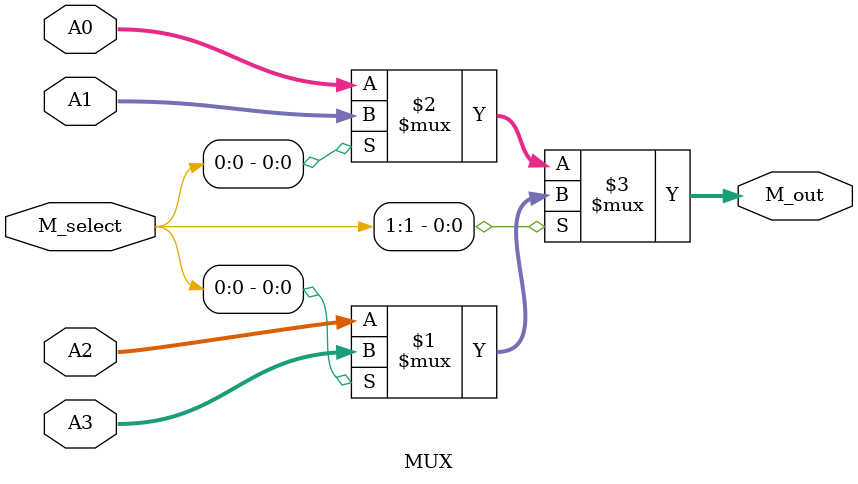
<source format=v>

module MUX (input [3:0]A0, A1, A2, A3 , input [1:0]M_select, output [3:0]M_out);
   //Handling with ternary expretion to select Input
   assign M_out = M_select[1] ? 
			  ( M_select[0] ? A3 : A2 ) :
			  (M_select[0] ? A1 : A0 );
endmodule // MUX
//Solving process step by step for 00, 10 and 11 selections
//First with 00 expected selection A0
// 0 ? ( 0 ? A3 : A2 ) : ( 0 ? A1 : A0 )
// 0 ? ( A2 ) : ( A0 )
// A0
//Second with 10 expected selection A2
// 1 ? ( 0 ? A3 : A2 ) : ( 0 ? A1 : A0 )
// 1 ? ( A2 ) : ( A0 )
// A2
//01 have similar process to 10
//Third with 11 expected selection A3
// 1 ? ( 0 ? A3 : A2 ) : ( 0 ? A1 : A0 )
// 1 ? ( A3 ) : ( A1 )
// A3

</source>
